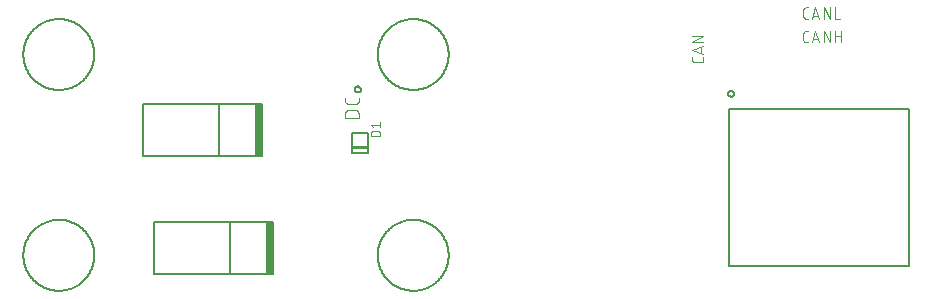
<source format=gbr>
G04 EAGLE Gerber RS-274X export*
G75*
%MOMM*%
%FSLAX34Y34*%
%LPD*%
%INSilkscreen Top*%
%IPPOS*%
%AMOC8*
5,1,8,0,0,1.08239X$1,22.5*%
G01*
%ADD10C,0.203200*%
%ADD11C,0.076200*%
%ADD12C,0.152400*%
%ADD13R,0.700000X4.400000*%
%ADD14C,0.127000*%
%ADD15C,0.101600*%


D10*
X40000Y85000D02*
X40009Y85736D01*
X40036Y86472D01*
X40081Y87207D01*
X40144Y87941D01*
X40226Y88672D01*
X40325Y89402D01*
X40442Y90129D01*
X40576Y90853D01*
X40729Y91573D01*
X40899Y92289D01*
X41087Y93001D01*
X41292Y93709D01*
X41514Y94410D01*
X41754Y95107D01*
X42010Y95797D01*
X42284Y96481D01*
X42574Y97157D01*
X42880Y97827D01*
X43203Y98488D01*
X43542Y99142D01*
X43897Y99787D01*
X44268Y100423D01*
X44654Y101050D01*
X45056Y101667D01*
X45472Y102274D01*
X45904Y102871D01*
X46350Y103457D01*
X46810Y104032D01*
X47284Y104595D01*
X47771Y105147D01*
X48273Y105686D01*
X48787Y106213D01*
X49314Y106727D01*
X49853Y107229D01*
X50405Y107716D01*
X50968Y108190D01*
X51543Y108650D01*
X52129Y109096D01*
X52726Y109528D01*
X53333Y109944D01*
X53950Y110346D01*
X54577Y110732D01*
X55213Y111103D01*
X55858Y111458D01*
X56512Y111797D01*
X57173Y112120D01*
X57843Y112426D01*
X58519Y112716D01*
X59203Y112990D01*
X59893Y113246D01*
X60590Y113486D01*
X61291Y113708D01*
X61999Y113913D01*
X62711Y114101D01*
X63427Y114271D01*
X64147Y114424D01*
X64871Y114558D01*
X65598Y114675D01*
X66328Y114774D01*
X67059Y114856D01*
X67793Y114919D01*
X68528Y114964D01*
X69264Y114991D01*
X70000Y115000D01*
X70736Y114991D01*
X71472Y114964D01*
X72207Y114919D01*
X72941Y114856D01*
X73672Y114774D01*
X74402Y114675D01*
X75129Y114558D01*
X75853Y114424D01*
X76573Y114271D01*
X77289Y114101D01*
X78001Y113913D01*
X78709Y113708D01*
X79410Y113486D01*
X80107Y113246D01*
X80797Y112990D01*
X81481Y112716D01*
X82157Y112426D01*
X82827Y112120D01*
X83488Y111797D01*
X84142Y111458D01*
X84787Y111103D01*
X85423Y110732D01*
X86050Y110346D01*
X86667Y109944D01*
X87274Y109528D01*
X87871Y109096D01*
X88457Y108650D01*
X89032Y108190D01*
X89595Y107716D01*
X90147Y107229D01*
X90686Y106727D01*
X91213Y106213D01*
X91727Y105686D01*
X92229Y105147D01*
X92716Y104595D01*
X93190Y104032D01*
X93650Y103457D01*
X94096Y102871D01*
X94528Y102274D01*
X94944Y101667D01*
X95346Y101050D01*
X95732Y100423D01*
X96103Y99787D01*
X96458Y99142D01*
X96797Y98488D01*
X97120Y97827D01*
X97426Y97157D01*
X97716Y96481D01*
X97990Y95797D01*
X98246Y95107D01*
X98486Y94410D01*
X98708Y93709D01*
X98913Y93001D01*
X99101Y92289D01*
X99271Y91573D01*
X99424Y90853D01*
X99558Y90129D01*
X99675Y89402D01*
X99774Y88672D01*
X99856Y87941D01*
X99919Y87207D01*
X99964Y86472D01*
X99991Y85736D01*
X100000Y85000D01*
X99991Y84264D01*
X99964Y83528D01*
X99919Y82793D01*
X99856Y82059D01*
X99774Y81328D01*
X99675Y80598D01*
X99558Y79871D01*
X99424Y79147D01*
X99271Y78427D01*
X99101Y77711D01*
X98913Y76999D01*
X98708Y76291D01*
X98486Y75590D01*
X98246Y74893D01*
X97990Y74203D01*
X97716Y73519D01*
X97426Y72843D01*
X97120Y72173D01*
X96797Y71512D01*
X96458Y70858D01*
X96103Y70213D01*
X95732Y69577D01*
X95346Y68950D01*
X94944Y68333D01*
X94528Y67726D01*
X94096Y67129D01*
X93650Y66543D01*
X93190Y65968D01*
X92716Y65405D01*
X92229Y64853D01*
X91727Y64314D01*
X91213Y63787D01*
X90686Y63273D01*
X90147Y62771D01*
X89595Y62284D01*
X89032Y61810D01*
X88457Y61350D01*
X87871Y60904D01*
X87274Y60472D01*
X86667Y60056D01*
X86050Y59654D01*
X85423Y59268D01*
X84787Y58897D01*
X84142Y58542D01*
X83488Y58203D01*
X82827Y57880D01*
X82157Y57574D01*
X81481Y57284D01*
X80797Y57010D01*
X80107Y56754D01*
X79410Y56514D01*
X78709Y56292D01*
X78001Y56087D01*
X77289Y55899D01*
X76573Y55729D01*
X75853Y55576D01*
X75129Y55442D01*
X74402Y55325D01*
X73672Y55226D01*
X72941Y55144D01*
X72207Y55081D01*
X71472Y55036D01*
X70736Y55009D01*
X70000Y55000D01*
X69264Y55009D01*
X68528Y55036D01*
X67793Y55081D01*
X67059Y55144D01*
X66328Y55226D01*
X65598Y55325D01*
X64871Y55442D01*
X64147Y55576D01*
X63427Y55729D01*
X62711Y55899D01*
X61999Y56087D01*
X61291Y56292D01*
X60590Y56514D01*
X59893Y56754D01*
X59203Y57010D01*
X58519Y57284D01*
X57843Y57574D01*
X57173Y57880D01*
X56512Y58203D01*
X55858Y58542D01*
X55213Y58897D01*
X54577Y59268D01*
X53950Y59654D01*
X53333Y60056D01*
X52726Y60472D01*
X52129Y60904D01*
X51543Y61350D01*
X50968Y61810D01*
X50405Y62284D01*
X49853Y62771D01*
X49314Y63273D01*
X48787Y63787D01*
X48273Y64314D01*
X47771Y64853D01*
X47284Y65405D01*
X46810Y65968D01*
X46350Y66543D01*
X45904Y67129D01*
X45472Y67726D01*
X45056Y68333D01*
X44654Y68950D01*
X44268Y69577D01*
X43897Y70213D01*
X43542Y70858D01*
X43203Y71512D01*
X42880Y72173D01*
X42574Y72843D01*
X42284Y73519D01*
X42010Y74203D01*
X41754Y74893D01*
X41514Y75590D01*
X41292Y76291D01*
X41087Y76999D01*
X40899Y77711D01*
X40729Y78427D01*
X40576Y79147D01*
X40442Y79871D01*
X40325Y80598D01*
X40226Y81328D01*
X40144Y82059D01*
X40081Y82793D01*
X40036Y83528D01*
X40009Y84264D01*
X40000Y85000D01*
X340000Y85000D02*
X340009Y85736D01*
X340036Y86472D01*
X340081Y87207D01*
X340144Y87941D01*
X340226Y88672D01*
X340325Y89402D01*
X340442Y90129D01*
X340576Y90853D01*
X340729Y91573D01*
X340899Y92289D01*
X341087Y93001D01*
X341292Y93709D01*
X341514Y94410D01*
X341754Y95107D01*
X342010Y95797D01*
X342284Y96481D01*
X342574Y97157D01*
X342880Y97827D01*
X343203Y98488D01*
X343542Y99142D01*
X343897Y99787D01*
X344268Y100423D01*
X344654Y101050D01*
X345056Y101667D01*
X345472Y102274D01*
X345904Y102871D01*
X346350Y103457D01*
X346810Y104032D01*
X347284Y104595D01*
X347771Y105147D01*
X348273Y105686D01*
X348787Y106213D01*
X349314Y106727D01*
X349853Y107229D01*
X350405Y107716D01*
X350968Y108190D01*
X351543Y108650D01*
X352129Y109096D01*
X352726Y109528D01*
X353333Y109944D01*
X353950Y110346D01*
X354577Y110732D01*
X355213Y111103D01*
X355858Y111458D01*
X356512Y111797D01*
X357173Y112120D01*
X357843Y112426D01*
X358519Y112716D01*
X359203Y112990D01*
X359893Y113246D01*
X360590Y113486D01*
X361291Y113708D01*
X361999Y113913D01*
X362711Y114101D01*
X363427Y114271D01*
X364147Y114424D01*
X364871Y114558D01*
X365598Y114675D01*
X366328Y114774D01*
X367059Y114856D01*
X367793Y114919D01*
X368528Y114964D01*
X369264Y114991D01*
X370000Y115000D01*
X370736Y114991D01*
X371472Y114964D01*
X372207Y114919D01*
X372941Y114856D01*
X373672Y114774D01*
X374402Y114675D01*
X375129Y114558D01*
X375853Y114424D01*
X376573Y114271D01*
X377289Y114101D01*
X378001Y113913D01*
X378709Y113708D01*
X379410Y113486D01*
X380107Y113246D01*
X380797Y112990D01*
X381481Y112716D01*
X382157Y112426D01*
X382827Y112120D01*
X383488Y111797D01*
X384142Y111458D01*
X384787Y111103D01*
X385423Y110732D01*
X386050Y110346D01*
X386667Y109944D01*
X387274Y109528D01*
X387871Y109096D01*
X388457Y108650D01*
X389032Y108190D01*
X389595Y107716D01*
X390147Y107229D01*
X390686Y106727D01*
X391213Y106213D01*
X391727Y105686D01*
X392229Y105147D01*
X392716Y104595D01*
X393190Y104032D01*
X393650Y103457D01*
X394096Y102871D01*
X394528Y102274D01*
X394944Y101667D01*
X395346Y101050D01*
X395732Y100423D01*
X396103Y99787D01*
X396458Y99142D01*
X396797Y98488D01*
X397120Y97827D01*
X397426Y97157D01*
X397716Y96481D01*
X397990Y95797D01*
X398246Y95107D01*
X398486Y94410D01*
X398708Y93709D01*
X398913Y93001D01*
X399101Y92289D01*
X399271Y91573D01*
X399424Y90853D01*
X399558Y90129D01*
X399675Y89402D01*
X399774Y88672D01*
X399856Y87941D01*
X399919Y87207D01*
X399964Y86472D01*
X399991Y85736D01*
X400000Y85000D01*
X399991Y84264D01*
X399964Y83528D01*
X399919Y82793D01*
X399856Y82059D01*
X399774Y81328D01*
X399675Y80598D01*
X399558Y79871D01*
X399424Y79147D01*
X399271Y78427D01*
X399101Y77711D01*
X398913Y76999D01*
X398708Y76291D01*
X398486Y75590D01*
X398246Y74893D01*
X397990Y74203D01*
X397716Y73519D01*
X397426Y72843D01*
X397120Y72173D01*
X396797Y71512D01*
X396458Y70858D01*
X396103Y70213D01*
X395732Y69577D01*
X395346Y68950D01*
X394944Y68333D01*
X394528Y67726D01*
X394096Y67129D01*
X393650Y66543D01*
X393190Y65968D01*
X392716Y65405D01*
X392229Y64853D01*
X391727Y64314D01*
X391213Y63787D01*
X390686Y63273D01*
X390147Y62771D01*
X389595Y62284D01*
X389032Y61810D01*
X388457Y61350D01*
X387871Y60904D01*
X387274Y60472D01*
X386667Y60056D01*
X386050Y59654D01*
X385423Y59268D01*
X384787Y58897D01*
X384142Y58542D01*
X383488Y58203D01*
X382827Y57880D01*
X382157Y57574D01*
X381481Y57284D01*
X380797Y57010D01*
X380107Y56754D01*
X379410Y56514D01*
X378709Y56292D01*
X378001Y56087D01*
X377289Y55899D01*
X376573Y55729D01*
X375853Y55576D01*
X375129Y55442D01*
X374402Y55325D01*
X373672Y55226D01*
X372941Y55144D01*
X372207Y55081D01*
X371472Y55036D01*
X370736Y55009D01*
X370000Y55000D01*
X369264Y55009D01*
X368528Y55036D01*
X367793Y55081D01*
X367059Y55144D01*
X366328Y55226D01*
X365598Y55325D01*
X364871Y55442D01*
X364147Y55576D01*
X363427Y55729D01*
X362711Y55899D01*
X361999Y56087D01*
X361291Y56292D01*
X360590Y56514D01*
X359893Y56754D01*
X359203Y57010D01*
X358519Y57284D01*
X357843Y57574D01*
X357173Y57880D01*
X356512Y58203D01*
X355858Y58542D01*
X355213Y58897D01*
X354577Y59268D01*
X353950Y59654D01*
X353333Y60056D01*
X352726Y60472D01*
X352129Y60904D01*
X351543Y61350D01*
X350968Y61810D01*
X350405Y62284D01*
X349853Y62771D01*
X349314Y63273D01*
X348787Y63787D01*
X348273Y64314D01*
X347771Y64853D01*
X347284Y65405D01*
X346810Y65968D01*
X346350Y66543D01*
X345904Y67129D01*
X345472Y67726D01*
X345056Y68333D01*
X344654Y68950D01*
X344268Y69577D01*
X343897Y70213D01*
X343542Y70858D01*
X343203Y71512D01*
X342880Y72173D01*
X342574Y72843D01*
X342284Y73519D01*
X342010Y74203D01*
X341754Y74893D01*
X341514Y75590D01*
X341292Y76291D01*
X341087Y76999D01*
X340899Y77711D01*
X340729Y78427D01*
X340576Y79147D01*
X340442Y79871D01*
X340325Y80598D01*
X340226Y81328D01*
X340144Y82059D01*
X340081Y82793D01*
X340036Y83528D01*
X340009Y84264D01*
X340000Y85000D01*
X340000Y-85000D02*
X340009Y-84264D01*
X340036Y-83528D01*
X340081Y-82793D01*
X340144Y-82059D01*
X340226Y-81328D01*
X340325Y-80598D01*
X340442Y-79871D01*
X340576Y-79147D01*
X340729Y-78427D01*
X340899Y-77711D01*
X341087Y-76999D01*
X341292Y-76291D01*
X341514Y-75590D01*
X341754Y-74893D01*
X342010Y-74203D01*
X342284Y-73519D01*
X342574Y-72843D01*
X342880Y-72173D01*
X343203Y-71512D01*
X343542Y-70858D01*
X343897Y-70213D01*
X344268Y-69577D01*
X344654Y-68950D01*
X345056Y-68333D01*
X345472Y-67726D01*
X345904Y-67129D01*
X346350Y-66543D01*
X346810Y-65968D01*
X347284Y-65405D01*
X347771Y-64853D01*
X348273Y-64314D01*
X348787Y-63787D01*
X349314Y-63273D01*
X349853Y-62771D01*
X350405Y-62284D01*
X350968Y-61810D01*
X351543Y-61350D01*
X352129Y-60904D01*
X352726Y-60472D01*
X353333Y-60056D01*
X353950Y-59654D01*
X354577Y-59268D01*
X355213Y-58897D01*
X355858Y-58542D01*
X356512Y-58203D01*
X357173Y-57880D01*
X357843Y-57574D01*
X358519Y-57284D01*
X359203Y-57010D01*
X359893Y-56754D01*
X360590Y-56514D01*
X361291Y-56292D01*
X361999Y-56087D01*
X362711Y-55899D01*
X363427Y-55729D01*
X364147Y-55576D01*
X364871Y-55442D01*
X365598Y-55325D01*
X366328Y-55226D01*
X367059Y-55144D01*
X367793Y-55081D01*
X368528Y-55036D01*
X369264Y-55009D01*
X370000Y-55000D01*
X370736Y-55009D01*
X371472Y-55036D01*
X372207Y-55081D01*
X372941Y-55144D01*
X373672Y-55226D01*
X374402Y-55325D01*
X375129Y-55442D01*
X375853Y-55576D01*
X376573Y-55729D01*
X377289Y-55899D01*
X378001Y-56087D01*
X378709Y-56292D01*
X379410Y-56514D01*
X380107Y-56754D01*
X380797Y-57010D01*
X381481Y-57284D01*
X382157Y-57574D01*
X382827Y-57880D01*
X383488Y-58203D01*
X384142Y-58542D01*
X384787Y-58897D01*
X385423Y-59268D01*
X386050Y-59654D01*
X386667Y-60056D01*
X387274Y-60472D01*
X387871Y-60904D01*
X388457Y-61350D01*
X389032Y-61810D01*
X389595Y-62284D01*
X390147Y-62771D01*
X390686Y-63273D01*
X391213Y-63787D01*
X391727Y-64314D01*
X392229Y-64853D01*
X392716Y-65405D01*
X393190Y-65968D01*
X393650Y-66543D01*
X394096Y-67129D01*
X394528Y-67726D01*
X394944Y-68333D01*
X395346Y-68950D01*
X395732Y-69577D01*
X396103Y-70213D01*
X396458Y-70858D01*
X396797Y-71512D01*
X397120Y-72173D01*
X397426Y-72843D01*
X397716Y-73519D01*
X397990Y-74203D01*
X398246Y-74893D01*
X398486Y-75590D01*
X398708Y-76291D01*
X398913Y-76999D01*
X399101Y-77711D01*
X399271Y-78427D01*
X399424Y-79147D01*
X399558Y-79871D01*
X399675Y-80598D01*
X399774Y-81328D01*
X399856Y-82059D01*
X399919Y-82793D01*
X399964Y-83528D01*
X399991Y-84264D01*
X400000Y-85000D01*
X399991Y-85736D01*
X399964Y-86472D01*
X399919Y-87207D01*
X399856Y-87941D01*
X399774Y-88672D01*
X399675Y-89402D01*
X399558Y-90129D01*
X399424Y-90853D01*
X399271Y-91573D01*
X399101Y-92289D01*
X398913Y-93001D01*
X398708Y-93709D01*
X398486Y-94410D01*
X398246Y-95107D01*
X397990Y-95797D01*
X397716Y-96481D01*
X397426Y-97157D01*
X397120Y-97827D01*
X396797Y-98488D01*
X396458Y-99142D01*
X396103Y-99787D01*
X395732Y-100423D01*
X395346Y-101050D01*
X394944Y-101667D01*
X394528Y-102274D01*
X394096Y-102871D01*
X393650Y-103457D01*
X393190Y-104032D01*
X392716Y-104595D01*
X392229Y-105147D01*
X391727Y-105686D01*
X391213Y-106213D01*
X390686Y-106727D01*
X390147Y-107229D01*
X389595Y-107716D01*
X389032Y-108190D01*
X388457Y-108650D01*
X387871Y-109096D01*
X387274Y-109528D01*
X386667Y-109944D01*
X386050Y-110346D01*
X385423Y-110732D01*
X384787Y-111103D01*
X384142Y-111458D01*
X383488Y-111797D01*
X382827Y-112120D01*
X382157Y-112426D01*
X381481Y-112716D01*
X380797Y-112990D01*
X380107Y-113246D01*
X379410Y-113486D01*
X378709Y-113708D01*
X378001Y-113913D01*
X377289Y-114101D01*
X376573Y-114271D01*
X375853Y-114424D01*
X375129Y-114558D01*
X374402Y-114675D01*
X373672Y-114774D01*
X372941Y-114856D01*
X372207Y-114919D01*
X371472Y-114964D01*
X370736Y-114991D01*
X370000Y-115000D01*
X369264Y-114991D01*
X368528Y-114964D01*
X367793Y-114919D01*
X367059Y-114856D01*
X366328Y-114774D01*
X365598Y-114675D01*
X364871Y-114558D01*
X364147Y-114424D01*
X363427Y-114271D01*
X362711Y-114101D01*
X361999Y-113913D01*
X361291Y-113708D01*
X360590Y-113486D01*
X359893Y-113246D01*
X359203Y-112990D01*
X358519Y-112716D01*
X357843Y-112426D01*
X357173Y-112120D01*
X356512Y-111797D01*
X355858Y-111458D01*
X355213Y-111103D01*
X354577Y-110732D01*
X353950Y-110346D01*
X353333Y-109944D01*
X352726Y-109528D01*
X352129Y-109096D01*
X351543Y-108650D01*
X350968Y-108190D01*
X350405Y-107716D01*
X349853Y-107229D01*
X349314Y-106727D01*
X348787Y-106213D01*
X348273Y-105686D01*
X347771Y-105147D01*
X347284Y-104595D01*
X346810Y-104032D01*
X346350Y-103457D01*
X345904Y-102871D01*
X345472Y-102274D01*
X345056Y-101667D01*
X344654Y-101050D01*
X344268Y-100423D01*
X343897Y-99787D01*
X343542Y-99142D01*
X343203Y-98488D01*
X342880Y-97827D01*
X342574Y-97157D01*
X342284Y-96481D01*
X342010Y-95797D01*
X341754Y-95107D01*
X341514Y-94410D01*
X341292Y-93709D01*
X341087Y-93001D01*
X340899Y-92289D01*
X340729Y-91573D01*
X340576Y-90853D01*
X340442Y-90129D01*
X340325Y-89402D01*
X340226Y-88672D01*
X340144Y-87941D01*
X340081Y-87207D01*
X340036Y-86472D01*
X340009Y-85736D01*
X340000Y-85000D01*
D11*
X702469Y115381D02*
X704558Y115381D01*
X702469Y115381D02*
X702380Y115383D01*
X702292Y115389D01*
X702204Y115398D01*
X702116Y115411D01*
X702029Y115428D01*
X701943Y115448D01*
X701858Y115473D01*
X701773Y115500D01*
X701690Y115532D01*
X701609Y115566D01*
X701529Y115605D01*
X701451Y115646D01*
X701374Y115691D01*
X701300Y115739D01*
X701227Y115790D01*
X701157Y115844D01*
X701090Y115902D01*
X701024Y115962D01*
X700962Y116024D01*
X700902Y116090D01*
X700844Y116157D01*
X700790Y116227D01*
X700739Y116300D01*
X700691Y116374D01*
X700646Y116451D01*
X700605Y116529D01*
X700566Y116609D01*
X700532Y116690D01*
X700500Y116773D01*
X700473Y116858D01*
X700448Y116943D01*
X700428Y117029D01*
X700411Y117116D01*
X700398Y117204D01*
X700389Y117292D01*
X700383Y117380D01*
X700381Y117469D01*
X700381Y122691D01*
X700383Y122782D01*
X700389Y122873D01*
X700399Y122964D01*
X700413Y123054D01*
X700430Y123143D01*
X700452Y123231D01*
X700478Y123319D01*
X700507Y123405D01*
X700540Y123490D01*
X700577Y123573D01*
X700617Y123655D01*
X700661Y123735D01*
X700708Y123813D01*
X700759Y123889D01*
X700812Y123962D01*
X700869Y124033D01*
X700930Y124102D01*
X700993Y124167D01*
X701058Y124230D01*
X701127Y124290D01*
X701198Y124348D01*
X701271Y124401D01*
X701347Y124452D01*
X701425Y124499D01*
X701505Y124543D01*
X701587Y124583D01*
X701670Y124620D01*
X701755Y124653D01*
X701841Y124682D01*
X701929Y124708D01*
X702017Y124730D01*
X702106Y124747D01*
X702196Y124761D01*
X702287Y124771D01*
X702378Y124777D01*
X702469Y124779D01*
X704558Y124779D01*
X710637Y124779D02*
X707505Y115381D01*
X713770Y115381D02*
X710637Y124779D01*
X712987Y117731D02*
X708288Y117731D01*
X717475Y115381D02*
X717475Y124779D01*
X722697Y115381D01*
X722697Y124779D01*
X727247Y124779D02*
X727247Y115381D01*
X731423Y115381D01*
X704558Y95381D02*
X702469Y95381D01*
X702380Y95383D01*
X702292Y95389D01*
X702204Y95398D01*
X702116Y95411D01*
X702029Y95428D01*
X701943Y95448D01*
X701858Y95473D01*
X701773Y95500D01*
X701690Y95532D01*
X701609Y95566D01*
X701529Y95605D01*
X701451Y95646D01*
X701374Y95691D01*
X701300Y95739D01*
X701227Y95790D01*
X701157Y95844D01*
X701090Y95902D01*
X701024Y95962D01*
X700962Y96024D01*
X700902Y96090D01*
X700844Y96157D01*
X700790Y96227D01*
X700739Y96300D01*
X700691Y96374D01*
X700646Y96451D01*
X700605Y96529D01*
X700566Y96609D01*
X700532Y96690D01*
X700500Y96773D01*
X700473Y96858D01*
X700448Y96943D01*
X700428Y97029D01*
X700411Y97116D01*
X700398Y97204D01*
X700389Y97292D01*
X700383Y97380D01*
X700381Y97469D01*
X700381Y102691D01*
X700383Y102782D01*
X700389Y102873D01*
X700399Y102964D01*
X700413Y103054D01*
X700430Y103143D01*
X700452Y103231D01*
X700478Y103319D01*
X700507Y103405D01*
X700540Y103490D01*
X700577Y103573D01*
X700617Y103655D01*
X700661Y103735D01*
X700708Y103813D01*
X700759Y103889D01*
X700812Y103962D01*
X700869Y104033D01*
X700930Y104102D01*
X700993Y104167D01*
X701058Y104230D01*
X701127Y104290D01*
X701198Y104348D01*
X701271Y104401D01*
X701347Y104452D01*
X701425Y104499D01*
X701505Y104543D01*
X701587Y104583D01*
X701670Y104620D01*
X701755Y104653D01*
X701841Y104682D01*
X701929Y104708D01*
X702017Y104730D01*
X702106Y104747D01*
X702196Y104761D01*
X702287Y104771D01*
X702378Y104777D01*
X702469Y104779D01*
X704558Y104779D01*
X710637Y104779D02*
X707505Y95381D01*
X713770Y95381D02*
X710637Y104779D01*
X712987Y97731D02*
X708288Y97731D01*
X717475Y95381D02*
X717475Y104779D01*
X722697Y95381D01*
X722697Y104779D01*
X727229Y104779D02*
X727229Y95381D01*
X727229Y100602D02*
X732450Y100602D01*
X732450Y104779D02*
X732450Y95381D01*
D12*
X40000Y-85000D02*
X40009Y-84264D01*
X40036Y-83528D01*
X40081Y-82793D01*
X40144Y-82059D01*
X40226Y-81328D01*
X40325Y-80598D01*
X40442Y-79871D01*
X40576Y-79147D01*
X40729Y-78427D01*
X40899Y-77711D01*
X41087Y-76999D01*
X41292Y-76291D01*
X41514Y-75590D01*
X41754Y-74893D01*
X42010Y-74203D01*
X42284Y-73519D01*
X42574Y-72843D01*
X42880Y-72173D01*
X43203Y-71512D01*
X43542Y-70858D01*
X43897Y-70213D01*
X44268Y-69577D01*
X44654Y-68950D01*
X45056Y-68333D01*
X45472Y-67726D01*
X45904Y-67129D01*
X46350Y-66543D01*
X46810Y-65968D01*
X47284Y-65405D01*
X47771Y-64853D01*
X48273Y-64314D01*
X48787Y-63787D01*
X49314Y-63273D01*
X49853Y-62771D01*
X50405Y-62284D01*
X50968Y-61810D01*
X51543Y-61350D01*
X52129Y-60904D01*
X52726Y-60472D01*
X53333Y-60056D01*
X53950Y-59654D01*
X54577Y-59268D01*
X55213Y-58897D01*
X55858Y-58542D01*
X56512Y-58203D01*
X57173Y-57880D01*
X57843Y-57574D01*
X58519Y-57284D01*
X59203Y-57010D01*
X59893Y-56754D01*
X60590Y-56514D01*
X61291Y-56292D01*
X61999Y-56087D01*
X62711Y-55899D01*
X63427Y-55729D01*
X64147Y-55576D01*
X64871Y-55442D01*
X65598Y-55325D01*
X66328Y-55226D01*
X67059Y-55144D01*
X67793Y-55081D01*
X68528Y-55036D01*
X69264Y-55009D01*
X70000Y-55000D01*
X70736Y-55009D01*
X71472Y-55036D01*
X72207Y-55081D01*
X72941Y-55144D01*
X73672Y-55226D01*
X74402Y-55325D01*
X75129Y-55442D01*
X75853Y-55576D01*
X76573Y-55729D01*
X77289Y-55899D01*
X78001Y-56087D01*
X78709Y-56292D01*
X79410Y-56514D01*
X80107Y-56754D01*
X80797Y-57010D01*
X81481Y-57284D01*
X82157Y-57574D01*
X82827Y-57880D01*
X83488Y-58203D01*
X84142Y-58542D01*
X84787Y-58897D01*
X85423Y-59268D01*
X86050Y-59654D01*
X86667Y-60056D01*
X87274Y-60472D01*
X87871Y-60904D01*
X88457Y-61350D01*
X89032Y-61810D01*
X89595Y-62284D01*
X90147Y-62771D01*
X90686Y-63273D01*
X91213Y-63787D01*
X91727Y-64314D01*
X92229Y-64853D01*
X92716Y-65405D01*
X93190Y-65968D01*
X93650Y-66543D01*
X94096Y-67129D01*
X94528Y-67726D01*
X94944Y-68333D01*
X95346Y-68950D01*
X95732Y-69577D01*
X96103Y-70213D01*
X96458Y-70858D01*
X96797Y-71512D01*
X97120Y-72173D01*
X97426Y-72843D01*
X97716Y-73519D01*
X97990Y-74203D01*
X98246Y-74893D01*
X98486Y-75590D01*
X98708Y-76291D01*
X98913Y-76999D01*
X99101Y-77711D01*
X99271Y-78427D01*
X99424Y-79147D01*
X99558Y-79871D01*
X99675Y-80598D01*
X99774Y-81328D01*
X99856Y-82059D01*
X99919Y-82793D01*
X99964Y-83528D01*
X99991Y-84264D01*
X100000Y-85000D01*
X99991Y-85736D01*
X99964Y-86472D01*
X99919Y-87207D01*
X99856Y-87941D01*
X99774Y-88672D01*
X99675Y-89402D01*
X99558Y-90129D01*
X99424Y-90853D01*
X99271Y-91573D01*
X99101Y-92289D01*
X98913Y-93001D01*
X98708Y-93709D01*
X98486Y-94410D01*
X98246Y-95107D01*
X97990Y-95797D01*
X97716Y-96481D01*
X97426Y-97157D01*
X97120Y-97827D01*
X96797Y-98488D01*
X96458Y-99142D01*
X96103Y-99787D01*
X95732Y-100423D01*
X95346Y-101050D01*
X94944Y-101667D01*
X94528Y-102274D01*
X94096Y-102871D01*
X93650Y-103457D01*
X93190Y-104032D01*
X92716Y-104595D01*
X92229Y-105147D01*
X91727Y-105686D01*
X91213Y-106213D01*
X90686Y-106727D01*
X90147Y-107229D01*
X89595Y-107716D01*
X89032Y-108190D01*
X88457Y-108650D01*
X87871Y-109096D01*
X87274Y-109528D01*
X86667Y-109944D01*
X86050Y-110346D01*
X85423Y-110732D01*
X84787Y-111103D01*
X84142Y-111458D01*
X83488Y-111797D01*
X82827Y-112120D01*
X82157Y-112426D01*
X81481Y-112716D01*
X80797Y-112990D01*
X80107Y-113246D01*
X79410Y-113486D01*
X78709Y-113708D01*
X78001Y-113913D01*
X77289Y-114101D01*
X76573Y-114271D01*
X75853Y-114424D01*
X75129Y-114558D01*
X74402Y-114675D01*
X73672Y-114774D01*
X72941Y-114856D01*
X72207Y-114919D01*
X71472Y-114964D01*
X70736Y-114991D01*
X70000Y-115000D01*
X69264Y-114991D01*
X68528Y-114964D01*
X67793Y-114919D01*
X67059Y-114856D01*
X66328Y-114774D01*
X65598Y-114675D01*
X64871Y-114558D01*
X64147Y-114424D01*
X63427Y-114271D01*
X62711Y-114101D01*
X61999Y-113913D01*
X61291Y-113708D01*
X60590Y-113486D01*
X59893Y-113246D01*
X59203Y-112990D01*
X58519Y-112716D01*
X57843Y-112426D01*
X57173Y-112120D01*
X56512Y-111797D01*
X55858Y-111458D01*
X55213Y-111103D01*
X54577Y-110732D01*
X53950Y-110346D01*
X53333Y-109944D01*
X52726Y-109528D01*
X52129Y-109096D01*
X51543Y-108650D01*
X50968Y-108190D01*
X50405Y-107716D01*
X49853Y-107229D01*
X49314Y-106727D01*
X48787Y-106213D01*
X48273Y-105686D01*
X47771Y-105147D01*
X47284Y-104595D01*
X46810Y-104032D01*
X46350Y-103457D01*
X45904Y-102871D01*
X45472Y-102274D01*
X45056Y-101667D01*
X44654Y-101050D01*
X44268Y-100423D01*
X43897Y-99787D01*
X43542Y-99142D01*
X43203Y-98488D01*
X42880Y-97827D01*
X42574Y-97157D01*
X42284Y-96481D01*
X42010Y-95797D01*
X41754Y-95107D01*
X41514Y-94410D01*
X41292Y-93709D01*
X41087Y-93001D01*
X40899Y-92289D01*
X40729Y-91573D01*
X40576Y-90853D01*
X40442Y-90129D01*
X40325Y-89402D01*
X40226Y-88672D01*
X40144Y-87941D01*
X40081Y-87207D01*
X40036Y-86472D01*
X40009Y-85736D01*
X40000Y-85000D01*
D10*
X141200Y43100D02*
X205200Y43100D01*
X242200Y43100D01*
X242200Y-900D01*
X141200Y-900D01*
X141200Y43100D01*
X205200Y43100D02*
X205200Y-900D01*
D13*
X239200Y21100D03*
D10*
X214500Y-56900D02*
X150500Y-56900D01*
X214500Y-56900D02*
X251500Y-56900D01*
X251500Y-100900D01*
X150500Y-100900D01*
X150500Y-56900D01*
X214500Y-56900D02*
X214500Y-100900D01*
D13*
X248500Y-78900D03*
D14*
X331500Y1500D02*
X331500Y18500D01*
X331500Y1500D02*
X318500Y1500D01*
X318500Y18500D01*
X331500Y18500D01*
X331000Y6000D02*
X319000Y6000D01*
X319000Y7000D01*
X331000Y7000D01*
D11*
X334381Y15968D02*
X341747Y15968D01*
X334381Y15968D02*
X334381Y18014D01*
X334383Y18103D01*
X334389Y18192D01*
X334399Y18281D01*
X334412Y18369D01*
X334429Y18457D01*
X334451Y18544D01*
X334476Y18629D01*
X334504Y18714D01*
X334537Y18797D01*
X334573Y18879D01*
X334612Y18959D01*
X334655Y19037D01*
X334701Y19113D01*
X334751Y19188D01*
X334804Y19260D01*
X334860Y19329D01*
X334919Y19396D01*
X334980Y19461D01*
X335045Y19522D01*
X335112Y19581D01*
X335181Y19637D01*
X335253Y19690D01*
X335328Y19740D01*
X335404Y19786D01*
X335482Y19829D01*
X335562Y19868D01*
X335644Y19904D01*
X335727Y19937D01*
X335812Y19965D01*
X335897Y19990D01*
X335984Y20012D01*
X336072Y20029D01*
X336160Y20042D01*
X336249Y20052D01*
X336338Y20058D01*
X336427Y20060D01*
X339701Y20060D01*
X339790Y20058D01*
X339879Y20052D01*
X339968Y20042D01*
X340056Y20029D01*
X340144Y20012D01*
X340231Y19990D01*
X340316Y19965D01*
X340401Y19937D01*
X340484Y19904D01*
X340566Y19868D01*
X340646Y19829D01*
X340724Y19786D01*
X340800Y19740D01*
X340875Y19690D01*
X340947Y19637D01*
X341016Y19581D01*
X341083Y19522D01*
X341148Y19461D01*
X341209Y19396D01*
X341268Y19329D01*
X341324Y19260D01*
X341377Y19188D01*
X341427Y19113D01*
X341473Y19037D01*
X341516Y18959D01*
X341555Y18879D01*
X341591Y18797D01*
X341624Y18714D01*
X341652Y18629D01*
X341677Y18544D01*
X341699Y18457D01*
X341716Y18369D01*
X341729Y18281D01*
X341739Y18192D01*
X341745Y18103D01*
X341747Y18014D01*
X341747Y15968D01*
X336018Y23527D02*
X334381Y25573D01*
X341747Y25573D01*
X341747Y23527D02*
X341747Y27619D01*
D14*
X320560Y55400D02*
X320562Y55500D01*
X320568Y55601D01*
X320578Y55700D01*
X320592Y55800D01*
X320609Y55899D01*
X320631Y55997D01*
X320657Y56094D01*
X320686Y56190D01*
X320719Y56284D01*
X320756Y56378D01*
X320796Y56470D01*
X320840Y56560D01*
X320888Y56648D01*
X320939Y56735D01*
X320993Y56819D01*
X321051Y56901D01*
X321112Y56981D01*
X321176Y57058D01*
X321243Y57133D01*
X321313Y57205D01*
X321386Y57274D01*
X321461Y57340D01*
X321539Y57404D01*
X321619Y57464D01*
X321702Y57521D01*
X321787Y57574D01*
X321874Y57624D01*
X321963Y57671D01*
X322053Y57714D01*
X322145Y57754D01*
X322239Y57790D01*
X322334Y57822D01*
X322430Y57850D01*
X322528Y57875D01*
X322626Y57895D01*
X322725Y57912D01*
X322825Y57925D01*
X322924Y57934D01*
X323025Y57939D01*
X323125Y57940D01*
X323225Y57937D01*
X323326Y57930D01*
X323425Y57919D01*
X323525Y57904D01*
X323623Y57886D01*
X323721Y57863D01*
X323818Y57836D01*
X323913Y57806D01*
X324008Y57772D01*
X324101Y57734D01*
X324192Y57693D01*
X324282Y57648D01*
X324370Y57600D01*
X324456Y57548D01*
X324540Y57493D01*
X324621Y57434D01*
X324700Y57372D01*
X324777Y57308D01*
X324851Y57240D01*
X324922Y57169D01*
X324991Y57096D01*
X325056Y57020D01*
X325119Y56941D01*
X325178Y56860D01*
X325234Y56777D01*
X325287Y56692D01*
X325336Y56604D01*
X325382Y56515D01*
X325424Y56424D01*
X325463Y56331D01*
X325498Y56237D01*
X325529Y56142D01*
X325557Y56045D01*
X325580Y55948D01*
X325600Y55849D01*
X325616Y55750D01*
X325628Y55651D01*
X325636Y55550D01*
X325640Y55450D01*
X325640Y55350D01*
X325636Y55250D01*
X325628Y55149D01*
X325616Y55050D01*
X325600Y54951D01*
X325580Y54852D01*
X325557Y54755D01*
X325529Y54658D01*
X325498Y54563D01*
X325463Y54469D01*
X325424Y54376D01*
X325382Y54285D01*
X325336Y54196D01*
X325287Y54108D01*
X325234Y54023D01*
X325178Y53940D01*
X325119Y53859D01*
X325056Y53780D01*
X324991Y53704D01*
X324922Y53631D01*
X324851Y53560D01*
X324777Y53492D01*
X324700Y53428D01*
X324621Y53366D01*
X324540Y53307D01*
X324456Y53252D01*
X324370Y53200D01*
X324282Y53152D01*
X324192Y53107D01*
X324101Y53066D01*
X324008Y53028D01*
X323913Y52994D01*
X323818Y52964D01*
X323721Y52937D01*
X323623Y52914D01*
X323525Y52896D01*
X323425Y52881D01*
X323326Y52870D01*
X323225Y52863D01*
X323125Y52860D01*
X323025Y52861D01*
X322924Y52866D01*
X322825Y52875D01*
X322725Y52888D01*
X322626Y52905D01*
X322528Y52925D01*
X322430Y52950D01*
X322334Y52978D01*
X322239Y53010D01*
X322145Y53046D01*
X322053Y53086D01*
X321963Y53129D01*
X321874Y53176D01*
X321787Y53226D01*
X321702Y53279D01*
X321619Y53336D01*
X321539Y53396D01*
X321461Y53460D01*
X321386Y53526D01*
X321313Y53595D01*
X321243Y53667D01*
X321176Y53742D01*
X321112Y53819D01*
X321051Y53899D01*
X320993Y53981D01*
X320939Y54065D01*
X320888Y54152D01*
X320840Y54240D01*
X320796Y54330D01*
X320756Y54422D01*
X320719Y54516D01*
X320686Y54610D01*
X320657Y54706D01*
X320631Y54803D01*
X320609Y54901D01*
X320592Y55000D01*
X320578Y55100D01*
X320568Y55199D01*
X320562Y55300D01*
X320560Y55400D01*
D15*
X323862Y31571D02*
X312178Y31571D01*
X312178Y34817D01*
X312180Y34930D01*
X312186Y35043D01*
X312196Y35156D01*
X312210Y35269D01*
X312227Y35381D01*
X312249Y35492D01*
X312274Y35602D01*
X312304Y35712D01*
X312337Y35820D01*
X312374Y35927D01*
X312414Y36033D01*
X312459Y36137D01*
X312507Y36240D01*
X312558Y36341D01*
X312613Y36440D01*
X312671Y36537D01*
X312733Y36632D01*
X312798Y36725D01*
X312866Y36815D01*
X312937Y36903D01*
X313012Y36989D01*
X313089Y37072D01*
X313169Y37152D01*
X313252Y37229D01*
X313338Y37304D01*
X313426Y37375D01*
X313516Y37443D01*
X313609Y37508D01*
X313704Y37570D01*
X313801Y37628D01*
X313900Y37683D01*
X314001Y37734D01*
X314104Y37782D01*
X314208Y37827D01*
X314314Y37867D01*
X314421Y37904D01*
X314529Y37937D01*
X314639Y37967D01*
X314749Y37992D01*
X314860Y38014D01*
X314972Y38031D01*
X315085Y38045D01*
X315198Y38055D01*
X315311Y38061D01*
X315424Y38063D01*
X315424Y38062D02*
X320616Y38062D01*
X320616Y38063D02*
X320729Y38061D01*
X320842Y38055D01*
X320955Y38045D01*
X321068Y38031D01*
X321180Y38014D01*
X321291Y37992D01*
X321401Y37967D01*
X321511Y37937D01*
X321619Y37904D01*
X321726Y37867D01*
X321832Y37827D01*
X321936Y37782D01*
X322039Y37734D01*
X322140Y37683D01*
X322239Y37628D01*
X322336Y37570D01*
X322431Y37508D01*
X322524Y37443D01*
X322614Y37375D01*
X322702Y37304D01*
X322788Y37229D01*
X322871Y37152D01*
X322951Y37072D01*
X323028Y36989D01*
X323103Y36903D01*
X323174Y36815D01*
X323242Y36725D01*
X323307Y36632D01*
X323369Y36537D01*
X323427Y36440D01*
X323482Y36341D01*
X323533Y36240D01*
X323581Y36137D01*
X323626Y36033D01*
X323666Y35927D01*
X323703Y35820D01*
X323736Y35712D01*
X323766Y35602D01*
X323791Y35492D01*
X323813Y35381D01*
X323830Y35269D01*
X323844Y35156D01*
X323854Y35043D01*
X323860Y34930D01*
X323862Y34817D01*
X323862Y31571D01*
X323862Y45946D02*
X323862Y48542D01*
X323862Y45946D02*
X323860Y45847D01*
X323854Y45747D01*
X323845Y45648D01*
X323832Y45550D01*
X323815Y45452D01*
X323794Y45354D01*
X323769Y45258D01*
X323741Y45163D01*
X323709Y45069D01*
X323674Y44976D01*
X323635Y44884D01*
X323592Y44794D01*
X323547Y44706D01*
X323497Y44619D01*
X323445Y44535D01*
X323389Y44452D01*
X323331Y44372D01*
X323269Y44294D01*
X323204Y44219D01*
X323136Y44146D01*
X323066Y44076D01*
X322993Y44008D01*
X322918Y43943D01*
X322840Y43881D01*
X322760Y43823D01*
X322677Y43767D01*
X322593Y43715D01*
X322506Y43665D01*
X322418Y43620D01*
X322328Y43577D01*
X322236Y43538D01*
X322143Y43503D01*
X322049Y43471D01*
X321954Y43443D01*
X321858Y43418D01*
X321760Y43397D01*
X321662Y43380D01*
X321564Y43367D01*
X321465Y43358D01*
X321365Y43352D01*
X321266Y43350D01*
X321266Y43349D02*
X314774Y43349D01*
X314675Y43351D01*
X314575Y43357D01*
X314476Y43366D01*
X314378Y43379D01*
X314280Y43397D01*
X314182Y43417D01*
X314086Y43442D01*
X313990Y43470D01*
X313896Y43502D01*
X313803Y43537D01*
X313712Y43576D01*
X313622Y43619D01*
X313533Y43664D01*
X313447Y43714D01*
X313362Y43766D01*
X313280Y43822D01*
X313200Y43881D01*
X313122Y43942D01*
X313046Y44007D01*
X312973Y44075D01*
X312903Y44145D01*
X312835Y44218D01*
X312770Y44294D01*
X312709Y44372D01*
X312650Y44452D01*
X312594Y44534D01*
X312542Y44619D01*
X312493Y44705D01*
X312447Y44794D01*
X312404Y44884D01*
X312365Y44975D01*
X312330Y45068D01*
X312298Y45162D01*
X312270Y45258D01*
X312245Y45354D01*
X312225Y45452D01*
X312207Y45550D01*
X312194Y45648D01*
X312185Y45747D01*
X312179Y45846D01*
X312177Y45946D01*
X312178Y45946D02*
X312178Y48542D01*
D14*
X636760Y51900D02*
X636762Y52000D01*
X636768Y52101D01*
X636778Y52200D01*
X636792Y52300D01*
X636809Y52399D01*
X636831Y52497D01*
X636857Y52594D01*
X636886Y52690D01*
X636919Y52784D01*
X636956Y52878D01*
X636996Y52970D01*
X637040Y53060D01*
X637088Y53148D01*
X637139Y53235D01*
X637193Y53319D01*
X637251Y53401D01*
X637312Y53481D01*
X637376Y53558D01*
X637443Y53633D01*
X637513Y53705D01*
X637586Y53774D01*
X637661Y53840D01*
X637739Y53904D01*
X637819Y53964D01*
X637902Y54021D01*
X637987Y54074D01*
X638074Y54124D01*
X638163Y54171D01*
X638253Y54214D01*
X638345Y54254D01*
X638439Y54290D01*
X638534Y54322D01*
X638630Y54350D01*
X638728Y54375D01*
X638826Y54395D01*
X638925Y54412D01*
X639025Y54425D01*
X639124Y54434D01*
X639225Y54439D01*
X639325Y54440D01*
X639425Y54437D01*
X639526Y54430D01*
X639625Y54419D01*
X639725Y54404D01*
X639823Y54386D01*
X639921Y54363D01*
X640018Y54336D01*
X640113Y54306D01*
X640208Y54272D01*
X640301Y54234D01*
X640392Y54193D01*
X640482Y54148D01*
X640570Y54100D01*
X640656Y54048D01*
X640740Y53993D01*
X640821Y53934D01*
X640900Y53872D01*
X640977Y53808D01*
X641051Y53740D01*
X641122Y53669D01*
X641191Y53596D01*
X641256Y53520D01*
X641319Y53441D01*
X641378Y53360D01*
X641434Y53277D01*
X641487Y53192D01*
X641536Y53104D01*
X641582Y53015D01*
X641624Y52924D01*
X641663Y52831D01*
X641698Y52737D01*
X641729Y52642D01*
X641757Y52545D01*
X641780Y52448D01*
X641800Y52349D01*
X641816Y52250D01*
X641828Y52151D01*
X641836Y52050D01*
X641840Y51950D01*
X641840Y51850D01*
X641836Y51750D01*
X641828Y51649D01*
X641816Y51550D01*
X641800Y51451D01*
X641780Y51352D01*
X641757Y51255D01*
X641729Y51158D01*
X641698Y51063D01*
X641663Y50969D01*
X641624Y50876D01*
X641582Y50785D01*
X641536Y50696D01*
X641487Y50608D01*
X641434Y50523D01*
X641378Y50440D01*
X641319Y50359D01*
X641256Y50280D01*
X641191Y50204D01*
X641122Y50131D01*
X641051Y50060D01*
X640977Y49992D01*
X640900Y49928D01*
X640821Y49866D01*
X640740Y49807D01*
X640656Y49752D01*
X640570Y49700D01*
X640482Y49652D01*
X640392Y49607D01*
X640301Y49566D01*
X640208Y49528D01*
X640113Y49494D01*
X640018Y49464D01*
X639921Y49437D01*
X639823Y49414D01*
X639725Y49396D01*
X639625Y49381D01*
X639526Y49370D01*
X639425Y49363D01*
X639325Y49360D01*
X639225Y49361D01*
X639124Y49366D01*
X639025Y49375D01*
X638925Y49388D01*
X638826Y49405D01*
X638728Y49425D01*
X638630Y49450D01*
X638534Y49478D01*
X638439Y49510D01*
X638345Y49546D01*
X638253Y49586D01*
X638163Y49629D01*
X638074Y49676D01*
X637987Y49726D01*
X637902Y49779D01*
X637819Y49836D01*
X637739Y49896D01*
X637661Y49960D01*
X637586Y50026D01*
X637513Y50095D01*
X637443Y50167D01*
X637376Y50242D01*
X637312Y50319D01*
X637251Y50399D01*
X637193Y50481D01*
X637139Y50565D01*
X637088Y50652D01*
X637040Y50740D01*
X636996Y50830D01*
X636956Y50922D01*
X636919Y51016D01*
X636886Y51110D01*
X636857Y51206D01*
X636831Y51303D01*
X636809Y51401D01*
X636792Y51500D01*
X636778Y51600D01*
X636768Y51699D01*
X636762Y51800D01*
X636760Y51900D01*
D11*
X615779Y80492D02*
X615779Y82580D01*
X615779Y80492D02*
X615777Y80403D01*
X615771Y80315D01*
X615762Y80227D01*
X615749Y80139D01*
X615732Y80052D01*
X615712Y79966D01*
X615687Y79881D01*
X615660Y79796D01*
X615628Y79713D01*
X615594Y79632D01*
X615555Y79552D01*
X615514Y79474D01*
X615469Y79397D01*
X615421Y79323D01*
X615370Y79250D01*
X615316Y79180D01*
X615258Y79113D01*
X615198Y79047D01*
X615136Y78985D01*
X615070Y78925D01*
X615003Y78867D01*
X614933Y78813D01*
X614860Y78762D01*
X614786Y78714D01*
X614709Y78669D01*
X614631Y78628D01*
X614551Y78589D01*
X614470Y78555D01*
X614387Y78523D01*
X614302Y78496D01*
X614217Y78471D01*
X614131Y78451D01*
X614044Y78434D01*
X613956Y78421D01*
X613868Y78412D01*
X613780Y78406D01*
X613691Y78404D01*
X613691Y78403D02*
X608469Y78403D01*
X608378Y78405D01*
X608287Y78411D01*
X608196Y78421D01*
X608106Y78435D01*
X608017Y78453D01*
X607928Y78474D01*
X607841Y78500D01*
X607755Y78529D01*
X607670Y78562D01*
X607586Y78599D01*
X607504Y78639D01*
X607425Y78683D01*
X607347Y78730D01*
X607271Y78781D01*
X607197Y78835D01*
X607126Y78892D01*
X607058Y78952D01*
X606992Y79015D01*
X606929Y79081D01*
X606869Y79149D01*
X606812Y79220D01*
X606758Y79294D01*
X606707Y79370D01*
X606660Y79447D01*
X606616Y79527D01*
X606576Y79609D01*
X606539Y79693D01*
X606506Y79777D01*
X606477Y79864D01*
X606451Y79951D01*
X606430Y80040D01*
X606412Y80129D01*
X606398Y80219D01*
X606388Y80310D01*
X606382Y80401D01*
X606380Y80492D01*
X606381Y80492D02*
X606381Y82580D01*
X606381Y88660D02*
X615779Y85527D01*
X615779Y91792D02*
X606381Y88660D01*
X613430Y91009D02*
X613430Y86310D01*
X615779Y95498D02*
X606381Y95498D01*
X615779Y100719D01*
X606381Y100719D01*
D14*
X637800Y38500D02*
X790000Y38500D01*
X637800Y38500D02*
X637800Y-94500D01*
X790000Y-94500D01*
X790000Y38500D01*
M02*

</source>
